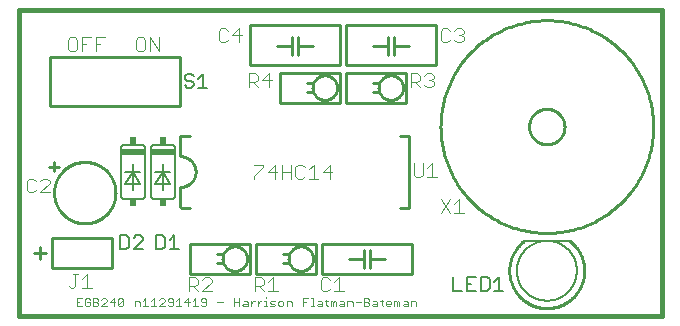
<source format=gto>
G75*
%MOIN*%
%OFA0B0*%
%FSLAX25Y25*%
%IPPOS*%
%LPD*%
%AMOC8*
5,1,8,0,0,1.08239X$1,22.5*
%
%ADD10C,0.00400*%
%ADD11C,0.01600*%
%ADD12C,0.01000*%
%ADD13C,0.00500*%
%ADD14C,0.00600*%
%ADD15R,0.08000X0.02000*%
%ADD16R,0.02000X0.02500*%
%ADD17C,0.00800*%
D10*
X0030200Y0013050D02*
X0030200Y0015653D01*
X0031935Y0015653D01*
X0032962Y0015219D02*
X0032962Y0013484D01*
X0033396Y0013050D01*
X0034263Y0013050D01*
X0034697Y0013484D01*
X0034697Y0014352D01*
X0033830Y0014352D01*
X0034697Y0015219D02*
X0034263Y0015653D01*
X0033396Y0015653D01*
X0032962Y0015219D01*
X0031067Y0014352D02*
X0030200Y0014352D01*
X0030200Y0013050D02*
X0031935Y0013050D01*
X0035725Y0013050D02*
X0035725Y0015653D01*
X0037026Y0015653D01*
X0037460Y0015219D01*
X0037460Y0014785D01*
X0037026Y0014352D01*
X0035725Y0014352D01*
X0037026Y0014352D02*
X0037460Y0013918D01*
X0037460Y0013484D01*
X0037026Y0013050D01*
X0035725Y0013050D01*
X0038487Y0013050D02*
X0040222Y0014785D01*
X0040222Y0015219D01*
X0039788Y0015653D01*
X0038921Y0015653D01*
X0038487Y0015219D01*
X0041249Y0014352D02*
X0042984Y0014352D01*
X0044012Y0015219D02*
X0044012Y0013484D01*
X0045747Y0015219D01*
X0045747Y0013484D01*
X0045313Y0013050D01*
X0044445Y0013050D01*
X0044012Y0013484D01*
X0042551Y0013050D02*
X0042551Y0015653D01*
X0041249Y0014352D01*
X0040222Y0013050D02*
X0038487Y0013050D01*
X0044012Y0015219D02*
X0044445Y0015653D01*
X0045313Y0015653D01*
X0045747Y0015219D01*
X0049536Y0014785D02*
X0050838Y0014785D01*
X0051271Y0014352D01*
X0051271Y0013050D01*
X0052299Y0013050D02*
X0054034Y0013050D01*
X0053166Y0013050D02*
X0053166Y0015653D01*
X0052299Y0014785D01*
X0055061Y0014785D02*
X0055929Y0015653D01*
X0055929Y0013050D01*
X0056796Y0013050D02*
X0055061Y0013050D01*
X0057824Y0013050D02*
X0059558Y0014785D01*
X0059558Y0015219D01*
X0059125Y0015653D01*
X0058257Y0015653D01*
X0057824Y0015219D01*
X0060586Y0015219D02*
X0060586Y0014785D01*
X0061020Y0014352D01*
X0062321Y0014352D01*
X0062321Y0015219D02*
X0062321Y0013484D01*
X0061887Y0013050D01*
X0061020Y0013050D01*
X0060586Y0013484D01*
X0059558Y0013050D02*
X0057824Y0013050D01*
X0060586Y0015219D02*
X0061020Y0015653D01*
X0061887Y0015653D01*
X0062321Y0015219D01*
X0063348Y0014785D02*
X0064216Y0015653D01*
X0064216Y0013050D01*
X0065083Y0013050D02*
X0063348Y0013050D01*
X0066111Y0014352D02*
X0067845Y0014352D01*
X0068873Y0014785D02*
X0069740Y0015653D01*
X0069740Y0013050D01*
X0068873Y0013050D02*
X0070608Y0013050D01*
X0071635Y0013484D02*
X0072069Y0013050D01*
X0072936Y0013050D01*
X0073370Y0013484D01*
X0073370Y0015219D01*
X0072936Y0015653D01*
X0072069Y0015653D01*
X0071635Y0015219D01*
X0071635Y0014785D01*
X0072069Y0014352D01*
X0073370Y0014352D01*
X0077160Y0014352D02*
X0078895Y0014352D01*
X0082685Y0014352D02*
X0084420Y0014352D01*
X0084420Y0015653D02*
X0084420Y0013050D01*
X0085447Y0013484D02*
X0085881Y0013918D01*
X0087182Y0013918D01*
X0087182Y0014352D02*
X0087182Y0013050D01*
X0085881Y0013050D01*
X0085447Y0013484D01*
X0086748Y0014785D02*
X0087182Y0014352D01*
X0086748Y0014785D02*
X0085881Y0014785D01*
X0088209Y0014785D02*
X0088209Y0013050D01*
X0088209Y0013918D02*
X0089077Y0014785D01*
X0089511Y0014785D01*
X0090511Y0014785D02*
X0090511Y0013050D01*
X0090511Y0013918D02*
X0091379Y0014785D01*
X0091812Y0014785D01*
X0092813Y0014785D02*
X0093247Y0014785D01*
X0093247Y0013050D01*
X0092813Y0013050D02*
X0093681Y0013050D01*
X0094655Y0013050D02*
X0095956Y0013050D01*
X0096390Y0013484D01*
X0095956Y0013918D01*
X0095089Y0013918D01*
X0094655Y0014352D01*
X0095089Y0014785D01*
X0096390Y0014785D01*
X0097417Y0014352D02*
X0097417Y0013484D01*
X0097851Y0013050D01*
X0098718Y0013050D01*
X0099152Y0013484D01*
X0099152Y0014352D01*
X0098718Y0014785D01*
X0097851Y0014785D01*
X0097417Y0014352D01*
X0100180Y0014785D02*
X0100180Y0013050D01*
X0101914Y0013050D02*
X0101914Y0014352D01*
X0101481Y0014785D01*
X0100180Y0014785D01*
X0097206Y0018137D02*
X0094137Y0018137D01*
X0092602Y0018137D02*
X0091068Y0019672D01*
X0091835Y0019672D02*
X0089533Y0019672D01*
X0091835Y0019672D02*
X0092602Y0020439D01*
X0092602Y0021974D01*
X0091835Y0022741D01*
X0089533Y0022741D01*
X0089533Y0018137D01*
X0093247Y0016086D02*
X0093247Y0015653D01*
X0095672Y0018137D02*
X0095672Y0022741D01*
X0094137Y0021206D01*
X0082685Y0015653D02*
X0082685Y0013050D01*
X0075206Y0018137D02*
X0072137Y0018137D01*
X0075206Y0021206D01*
X0075206Y0021974D01*
X0074439Y0022741D01*
X0072904Y0022741D01*
X0072137Y0021974D01*
X0070602Y0021974D02*
X0070602Y0020439D01*
X0069835Y0019672D01*
X0067533Y0019672D01*
X0069068Y0019672D02*
X0070602Y0018137D01*
X0067533Y0018137D02*
X0067533Y0022741D01*
X0069835Y0022741D01*
X0070602Y0021974D01*
X0067412Y0015653D02*
X0066111Y0014352D01*
X0067412Y0015653D02*
X0067412Y0013050D01*
X0049536Y0013050D02*
X0049536Y0014785D01*
X0035206Y0019137D02*
X0032137Y0019137D01*
X0033672Y0019137D02*
X0033672Y0023741D01*
X0032137Y0022206D01*
X0030602Y0023741D02*
X0029068Y0023741D01*
X0029835Y0023741D02*
X0029835Y0019904D01*
X0029068Y0019137D01*
X0028300Y0019137D01*
X0027533Y0019904D01*
X0021206Y0051043D02*
X0018137Y0051043D01*
X0021206Y0054112D01*
X0021206Y0054879D01*
X0020439Y0055646D01*
X0018904Y0055646D01*
X0018137Y0054879D01*
X0016602Y0054879D02*
X0015835Y0055646D01*
X0014300Y0055646D01*
X0013533Y0054879D01*
X0013533Y0051810D01*
X0014300Y0051043D01*
X0015835Y0051043D01*
X0016602Y0051810D01*
X0089325Y0055637D02*
X0089325Y0056404D01*
X0092394Y0059474D01*
X0092394Y0060241D01*
X0089325Y0060241D01*
X0093929Y0057939D02*
X0096998Y0057939D01*
X0098533Y0057939D02*
X0101602Y0057939D01*
X0103137Y0059474D02*
X0103137Y0056404D01*
X0103904Y0055637D01*
X0105439Y0055637D01*
X0106206Y0056404D01*
X0107741Y0055637D02*
X0110810Y0055637D01*
X0109276Y0055637D02*
X0109276Y0060241D01*
X0107741Y0058706D01*
X0106206Y0059474D02*
X0105439Y0060241D01*
X0103904Y0060241D01*
X0103137Y0059474D01*
X0101602Y0060241D02*
X0101602Y0055637D01*
X0098533Y0055637D02*
X0098533Y0060241D01*
X0096231Y0060241D02*
X0093929Y0057939D01*
X0096231Y0055637D02*
X0096231Y0060241D01*
X0112345Y0057939D02*
X0115414Y0057939D01*
X0114647Y0060241D02*
X0112345Y0057939D01*
X0114647Y0055637D02*
X0114647Y0060241D01*
X0142533Y0060741D02*
X0142533Y0056904D01*
X0143300Y0056137D01*
X0144835Y0056137D01*
X0145602Y0056904D01*
X0145602Y0060741D01*
X0147137Y0059206D02*
X0148672Y0060741D01*
X0148672Y0056137D01*
X0150206Y0056137D02*
X0147137Y0056137D01*
X0151533Y0048741D02*
X0154602Y0044137D01*
X0156137Y0044137D02*
X0159206Y0044137D01*
X0157672Y0044137D02*
X0157672Y0048741D01*
X0156137Y0047206D01*
X0154602Y0048741D02*
X0151533Y0044137D01*
X0117672Y0022741D02*
X0117672Y0018137D01*
X0119206Y0018137D02*
X0116137Y0018137D01*
X0114602Y0018904D02*
X0113835Y0018137D01*
X0112300Y0018137D01*
X0111533Y0018904D01*
X0111533Y0021974D01*
X0112300Y0022741D01*
X0113835Y0022741D01*
X0114602Y0021974D01*
X0116137Y0021206D02*
X0117672Y0022741D01*
X0118108Y0014785D02*
X0118976Y0014785D01*
X0119409Y0014352D01*
X0119409Y0013050D01*
X0118108Y0013050D01*
X0117674Y0013484D01*
X0118108Y0013918D01*
X0119409Y0013918D01*
X0120437Y0014785D02*
X0120437Y0013050D01*
X0122172Y0013050D02*
X0122172Y0014352D01*
X0121738Y0014785D01*
X0120437Y0014785D01*
X0123199Y0014352D02*
X0124934Y0014352D01*
X0125962Y0014352D02*
X0127263Y0014352D01*
X0127696Y0013918D01*
X0127696Y0013484D01*
X0127263Y0013050D01*
X0125962Y0013050D01*
X0125962Y0015653D01*
X0127263Y0015653D01*
X0127696Y0015219D01*
X0127696Y0014785D01*
X0127263Y0014352D01*
X0128724Y0013484D02*
X0129158Y0013918D01*
X0130459Y0013918D01*
X0130459Y0014352D02*
X0130459Y0013050D01*
X0129158Y0013050D01*
X0128724Y0013484D01*
X0130025Y0014785D02*
X0130459Y0014352D01*
X0130025Y0014785D02*
X0129158Y0014785D01*
X0131486Y0014785D02*
X0132354Y0014785D01*
X0131920Y0015219D02*
X0131920Y0013484D01*
X0132354Y0013050D01*
X0133328Y0013484D02*
X0133328Y0014352D01*
X0133762Y0014785D01*
X0134629Y0014785D01*
X0135063Y0014352D01*
X0135063Y0013918D01*
X0133328Y0013918D01*
X0133328Y0013484D02*
X0133762Y0013050D01*
X0134629Y0013050D01*
X0136090Y0013050D02*
X0136090Y0014785D01*
X0136524Y0014785D01*
X0136958Y0014352D01*
X0137391Y0014785D01*
X0137825Y0014352D01*
X0137825Y0013050D01*
X0136958Y0013050D02*
X0136958Y0014352D01*
X0138853Y0013484D02*
X0139286Y0013918D01*
X0140587Y0013918D01*
X0140587Y0014352D02*
X0140587Y0013050D01*
X0139286Y0013050D01*
X0138853Y0013484D01*
X0140154Y0014785D02*
X0140587Y0014352D01*
X0140154Y0014785D02*
X0139286Y0014785D01*
X0141615Y0014785D02*
X0142916Y0014785D01*
X0143350Y0014352D01*
X0143350Y0013050D01*
X0141615Y0013050D02*
X0141615Y0014785D01*
X0116647Y0014352D02*
X0116647Y0013050D01*
X0115780Y0013050D02*
X0115780Y0014352D01*
X0116213Y0014785D01*
X0116647Y0014352D01*
X0115780Y0014352D02*
X0115346Y0014785D01*
X0114912Y0014785D01*
X0114912Y0013050D01*
X0113938Y0013050D02*
X0113504Y0013484D01*
X0113504Y0015219D01*
X0113071Y0014785D02*
X0113938Y0014785D01*
X0112043Y0014352D02*
X0112043Y0013050D01*
X0110742Y0013050D01*
X0110308Y0013484D01*
X0110742Y0013918D01*
X0112043Y0013918D01*
X0112043Y0014352D02*
X0111609Y0014785D01*
X0110742Y0014785D01*
X0108900Y0015653D02*
X0108900Y0013050D01*
X0108467Y0013050D02*
X0109334Y0013050D01*
X0106572Y0014352D02*
X0105704Y0014352D01*
X0105704Y0015653D02*
X0105704Y0013050D01*
X0105704Y0015653D02*
X0107439Y0015653D01*
X0108467Y0015653D02*
X0108900Y0015653D01*
X0094439Y0086137D02*
X0094439Y0090741D01*
X0092137Y0088439D01*
X0095206Y0088439D01*
X0090602Y0088439D02*
X0089835Y0087672D01*
X0087533Y0087672D01*
X0089068Y0087672D02*
X0090602Y0086137D01*
X0087533Y0086137D02*
X0087533Y0090741D01*
X0089835Y0090741D01*
X0090602Y0089974D01*
X0090602Y0088439D01*
X0084439Y0101137D02*
X0084439Y0105741D01*
X0082137Y0103439D01*
X0085206Y0103439D01*
X0080602Y0104974D02*
X0079835Y0105741D01*
X0078300Y0105741D01*
X0077533Y0104974D01*
X0077533Y0101904D01*
X0078300Y0101137D01*
X0079835Y0101137D01*
X0080602Y0101904D01*
X0057602Y0102741D02*
X0057602Y0098137D01*
X0054533Y0102741D01*
X0054533Y0098137D01*
X0052998Y0098904D02*
X0052998Y0101974D01*
X0052231Y0102741D01*
X0050696Y0102741D01*
X0049929Y0101974D01*
X0049929Y0098904D01*
X0050696Y0098137D01*
X0052231Y0098137D01*
X0052998Y0098904D01*
X0039602Y0102741D02*
X0036533Y0102741D01*
X0036533Y0098137D01*
X0036533Y0100439D02*
X0038068Y0100439D01*
X0034998Y0102741D02*
X0031929Y0102741D01*
X0031929Y0098137D01*
X0030394Y0098904D02*
X0030394Y0101974D01*
X0029627Y0102741D01*
X0028093Y0102741D01*
X0027325Y0101974D01*
X0027325Y0098904D01*
X0028093Y0098137D01*
X0029627Y0098137D01*
X0030394Y0098904D01*
X0031929Y0100439D02*
X0033464Y0100439D01*
X0141533Y0090741D02*
X0141533Y0086137D01*
X0141533Y0087672D02*
X0143835Y0087672D01*
X0144602Y0088439D01*
X0144602Y0089974D01*
X0143835Y0090741D01*
X0141533Y0090741D01*
X0143068Y0087672D02*
X0144602Y0086137D01*
X0146137Y0086904D02*
X0146904Y0086137D01*
X0148439Y0086137D01*
X0149206Y0086904D01*
X0149206Y0087672D01*
X0148439Y0088439D01*
X0147672Y0088439D01*
X0148439Y0088439D02*
X0149206Y0089206D01*
X0149206Y0089974D01*
X0148439Y0090741D01*
X0146904Y0090741D01*
X0146137Y0089974D01*
X0152300Y0101137D02*
X0153835Y0101137D01*
X0154602Y0101904D01*
X0156137Y0101904D02*
X0156904Y0101137D01*
X0158439Y0101137D01*
X0159206Y0101904D01*
X0159206Y0102672D01*
X0158439Y0103439D01*
X0157672Y0103439D01*
X0158439Y0103439D02*
X0159206Y0104206D01*
X0159206Y0104974D01*
X0158439Y0105741D01*
X0156904Y0105741D01*
X0156137Y0104974D01*
X0154602Y0104974D02*
X0153835Y0105741D01*
X0152300Y0105741D01*
X0151533Y0104974D01*
X0151533Y0101904D01*
X0152300Y0101137D01*
D11*
X0225276Y0009874D02*
X0010874Y0009874D01*
X0010874Y0111850D01*
X0225276Y0111850D01*
X0225276Y0009874D01*
D12*
X0194437Y0034937D02*
X0194680Y0034750D01*
X0194918Y0034558D01*
X0195151Y0034359D01*
X0195379Y0034155D01*
X0195602Y0033946D01*
X0195820Y0033731D01*
X0196033Y0033511D01*
X0196240Y0033286D01*
X0196442Y0033055D01*
X0196638Y0032820D01*
X0196828Y0032580D01*
X0197012Y0032336D01*
X0197190Y0032087D01*
X0197362Y0031833D01*
X0197528Y0031576D01*
X0197688Y0031315D01*
X0197841Y0031050D01*
X0197987Y0030781D01*
X0198127Y0030508D01*
X0198260Y0030233D01*
X0198386Y0029954D01*
X0198506Y0029672D01*
X0198618Y0029387D01*
X0198723Y0029100D01*
X0198822Y0028810D01*
X0198913Y0028518D01*
X0198997Y0028223D01*
X0199074Y0027927D01*
X0199144Y0027629D01*
X0199206Y0027329D01*
X0199261Y0027028D01*
X0199308Y0026726D01*
X0199348Y0026422D01*
X0199381Y0026118D01*
X0199406Y0025813D01*
X0199424Y0025507D01*
X0199434Y0025201D01*
X0199437Y0024895D01*
X0199432Y0024589D01*
X0199420Y0024283D01*
X0199400Y0023977D01*
X0199373Y0023673D01*
X0199338Y0023368D01*
X0199296Y0023065D01*
X0199247Y0022763D01*
X0199190Y0022462D01*
X0199125Y0022163D01*
X0199054Y0021865D01*
X0198975Y0021570D01*
X0198889Y0021276D01*
X0198796Y0020984D01*
X0198695Y0020695D01*
X0198588Y0020408D01*
X0198473Y0020124D01*
X0198352Y0019843D01*
X0198224Y0019565D01*
X0198089Y0019290D01*
X0197947Y0019019D01*
X0197799Y0018751D01*
X0197644Y0018487D01*
X0197483Y0018227D01*
X0197316Y0017971D01*
X0197142Y0017718D01*
X0196962Y0017471D01*
X0196776Y0017227D01*
X0196585Y0016989D01*
X0196387Y0016755D01*
X0196184Y0016526D01*
X0195975Y0016302D01*
X0195761Y0016083D01*
X0195541Y0015870D01*
X0195317Y0015662D01*
X0195087Y0015459D01*
X0194853Y0015263D01*
X0194613Y0015072D01*
X0194370Y0014887D01*
X0194121Y0014708D01*
X0193869Y0014535D01*
X0193612Y0014368D01*
X0193351Y0014208D01*
X0193086Y0014054D01*
X0192818Y0013907D01*
X0192546Y0013766D01*
X0192271Y0013632D01*
X0191992Y0013505D01*
X0191711Y0013384D01*
X0191426Y0013271D01*
X0191139Y0013165D01*
X0190850Y0013065D01*
X0190558Y0012973D01*
X0190264Y0012888D01*
X0189968Y0012810D01*
X0189670Y0012739D01*
X0189370Y0012676D01*
X0189069Y0012620D01*
X0188767Y0012572D01*
X0188464Y0012531D01*
X0188160Y0012497D01*
X0187855Y0012471D01*
X0187549Y0012452D01*
X0187243Y0012441D01*
X0186937Y0012437D01*
X0186631Y0012441D01*
X0186325Y0012452D01*
X0186019Y0012471D01*
X0185714Y0012497D01*
X0185410Y0012531D01*
X0185107Y0012572D01*
X0184805Y0012620D01*
X0184504Y0012676D01*
X0184204Y0012739D01*
X0183906Y0012810D01*
X0183610Y0012888D01*
X0183316Y0012973D01*
X0183024Y0013065D01*
X0182735Y0013165D01*
X0182448Y0013271D01*
X0182163Y0013384D01*
X0181882Y0013505D01*
X0181603Y0013632D01*
X0181328Y0013766D01*
X0181056Y0013907D01*
X0180788Y0014054D01*
X0180523Y0014208D01*
X0180262Y0014368D01*
X0180005Y0014535D01*
X0179753Y0014708D01*
X0179504Y0014887D01*
X0179261Y0015072D01*
X0179021Y0015263D01*
X0178787Y0015459D01*
X0178557Y0015662D01*
X0178333Y0015870D01*
X0178113Y0016083D01*
X0177899Y0016302D01*
X0177690Y0016526D01*
X0177487Y0016755D01*
X0177289Y0016989D01*
X0177098Y0017227D01*
X0176912Y0017471D01*
X0176732Y0017718D01*
X0176558Y0017971D01*
X0176391Y0018227D01*
X0176230Y0018487D01*
X0176075Y0018751D01*
X0175927Y0019019D01*
X0175785Y0019290D01*
X0175650Y0019565D01*
X0175522Y0019843D01*
X0175401Y0020124D01*
X0175286Y0020408D01*
X0175179Y0020695D01*
X0175078Y0020984D01*
X0174985Y0021276D01*
X0174899Y0021570D01*
X0174820Y0021865D01*
X0174749Y0022163D01*
X0174684Y0022462D01*
X0174627Y0022763D01*
X0174578Y0023065D01*
X0174536Y0023368D01*
X0174501Y0023673D01*
X0174474Y0023977D01*
X0174454Y0024283D01*
X0174442Y0024589D01*
X0174437Y0024895D01*
X0174440Y0025201D01*
X0174450Y0025507D01*
X0174468Y0025813D01*
X0174493Y0026118D01*
X0174526Y0026422D01*
X0174566Y0026726D01*
X0174613Y0027028D01*
X0174668Y0027329D01*
X0174730Y0027629D01*
X0174800Y0027927D01*
X0174877Y0028223D01*
X0174961Y0028518D01*
X0175052Y0028810D01*
X0175151Y0029100D01*
X0175256Y0029387D01*
X0175368Y0029672D01*
X0175488Y0029954D01*
X0175614Y0030233D01*
X0175747Y0030508D01*
X0175887Y0030781D01*
X0176033Y0031050D01*
X0176186Y0031315D01*
X0176346Y0031576D01*
X0176512Y0031833D01*
X0176684Y0032087D01*
X0176862Y0032336D01*
X0177046Y0032580D01*
X0177236Y0032820D01*
X0177432Y0033055D01*
X0177634Y0033286D01*
X0177841Y0033511D01*
X0178054Y0033731D01*
X0178272Y0033946D01*
X0178495Y0034155D01*
X0178723Y0034359D01*
X0178956Y0034558D01*
X0179194Y0034750D01*
X0179437Y0034937D01*
X0141937Y0033937D02*
X0141937Y0023937D01*
X0111937Y0023937D01*
X0111937Y0033937D01*
X0141937Y0033937D01*
X0132937Y0028937D02*
X0127937Y0028937D01*
X0125937Y0028937D02*
X0120937Y0028937D01*
X0125937Y0031937D02*
X0125937Y0025937D01*
X0127937Y0025937D02*
X0127937Y0031937D01*
X0109937Y0033937D02*
X0109937Y0023937D01*
X0089937Y0023937D01*
X0089937Y0033937D01*
X0109937Y0033937D01*
X0100837Y0028937D02*
X0100839Y0029065D01*
X0100845Y0029192D01*
X0100855Y0029319D01*
X0100869Y0029446D01*
X0100886Y0029572D01*
X0100908Y0029698D01*
X0100934Y0029823D01*
X0100963Y0029947D01*
X0100997Y0030070D01*
X0101034Y0030192D01*
X0101075Y0030313D01*
X0101119Y0030432D01*
X0101168Y0030550D01*
X0101220Y0030667D01*
X0101275Y0030781D01*
X0101334Y0030894D01*
X0101397Y0031005D01*
X0101463Y0031114D01*
X0101532Y0031221D01*
X0101605Y0031326D01*
X0101681Y0031429D01*
X0101760Y0031529D01*
X0101842Y0031626D01*
X0101927Y0031721D01*
X0102015Y0031814D01*
X0102106Y0031903D01*
X0102200Y0031990D01*
X0102296Y0032073D01*
X0102395Y0032154D01*
X0102496Y0032231D01*
X0102600Y0032306D01*
X0102706Y0032377D01*
X0102814Y0032444D01*
X0102924Y0032509D01*
X0103036Y0032570D01*
X0103150Y0032627D01*
X0103265Y0032681D01*
X0103383Y0032731D01*
X0103501Y0032777D01*
X0103622Y0032820D01*
X0103743Y0032859D01*
X0103866Y0032895D01*
X0103989Y0032926D01*
X0104114Y0032953D01*
X0104239Y0032977D01*
X0104365Y0032997D01*
X0104492Y0033013D01*
X0104618Y0033025D01*
X0104746Y0033033D01*
X0104873Y0033037D01*
X0105001Y0033037D01*
X0105128Y0033033D01*
X0105256Y0033025D01*
X0105382Y0033013D01*
X0105509Y0032997D01*
X0105635Y0032977D01*
X0105760Y0032953D01*
X0105885Y0032926D01*
X0106008Y0032895D01*
X0106131Y0032859D01*
X0106252Y0032820D01*
X0106373Y0032777D01*
X0106491Y0032731D01*
X0106609Y0032681D01*
X0106724Y0032627D01*
X0106838Y0032570D01*
X0106950Y0032509D01*
X0107060Y0032444D01*
X0107168Y0032377D01*
X0107274Y0032306D01*
X0107378Y0032231D01*
X0107479Y0032154D01*
X0107578Y0032073D01*
X0107674Y0031990D01*
X0107768Y0031903D01*
X0107859Y0031814D01*
X0107947Y0031721D01*
X0108032Y0031626D01*
X0108114Y0031529D01*
X0108193Y0031429D01*
X0108269Y0031326D01*
X0108342Y0031221D01*
X0108411Y0031114D01*
X0108477Y0031005D01*
X0108540Y0030894D01*
X0108599Y0030781D01*
X0108654Y0030667D01*
X0108706Y0030550D01*
X0108755Y0030432D01*
X0108799Y0030313D01*
X0108840Y0030192D01*
X0108877Y0030070D01*
X0108911Y0029947D01*
X0108940Y0029823D01*
X0108966Y0029698D01*
X0108988Y0029572D01*
X0109005Y0029446D01*
X0109019Y0029319D01*
X0109029Y0029192D01*
X0109035Y0029065D01*
X0109037Y0028937D01*
X0109035Y0028809D01*
X0109029Y0028682D01*
X0109019Y0028555D01*
X0109005Y0028428D01*
X0108988Y0028302D01*
X0108966Y0028176D01*
X0108940Y0028051D01*
X0108911Y0027927D01*
X0108877Y0027804D01*
X0108840Y0027682D01*
X0108799Y0027561D01*
X0108755Y0027442D01*
X0108706Y0027324D01*
X0108654Y0027207D01*
X0108599Y0027093D01*
X0108540Y0026980D01*
X0108477Y0026869D01*
X0108411Y0026760D01*
X0108342Y0026653D01*
X0108269Y0026548D01*
X0108193Y0026445D01*
X0108114Y0026345D01*
X0108032Y0026248D01*
X0107947Y0026153D01*
X0107859Y0026060D01*
X0107768Y0025971D01*
X0107674Y0025884D01*
X0107578Y0025801D01*
X0107479Y0025720D01*
X0107378Y0025643D01*
X0107274Y0025568D01*
X0107168Y0025497D01*
X0107060Y0025430D01*
X0106950Y0025365D01*
X0106838Y0025304D01*
X0106724Y0025247D01*
X0106609Y0025193D01*
X0106491Y0025143D01*
X0106373Y0025097D01*
X0106252Y0025054D01*
X0106131Y0025015D01*
X0106008Y0024979D01*
X0105885Y0024948D01*
X0105760Y0024921D01*
X0105635Y0024897D01*
X0105509Y0024877D01*
X0105382Y0024861D01*
X0105256Y0024849D01*
X0105128Y0024841D01*
X0105001Y0024837D01*
X0104873Y0024837D01*
X0104746Y0024841D01*
X0104618Y0024849D01*
X0104492Y0024861D01*
X0104365Y0024877D01*
X0104239Y0024897D01*
X0104114Y0024921D01*
X0103989Y0024948D01*
X0103866Y0024979D01*
X0103743Y0025015D01*
X0103622Y0025054D01*
X0103501Y0025097D01*
X0103383Y0025143D01*
X0103265Y0025193D01*
X0103150Y0025247D01*
X0103036Y0025304D01*
X0102924Y0025365D01*
X0102814Y0025430D01*
X0102706Y0025497D01*
X0102600Y0025568D01*
X0102496Y0025643D01*
X0102395Y0025720D01*
X0102296Y0025801D01*
X0102200Y0025884D01*
X0102106Y0025971D01*
X0102015Y0026060D01*
X0101927Y0026153D01*
X0101842Y0026248D01*
X0101760Y0026345D01*
X0101681Y0026445D01*
X0101605Y0026548D01*
X0101532Y0026653D01*
X0101463Y0026760D01*
X0101397Y0026869D01*
X0101334Y0026980D01*
X0101275Y0027093D01*
X0101220Y0027207D01*
X0101168Y0027324D01*
X0101119Y0027442D01*
X0101075Y0027561D01*
X0101034Y0027682D01*
X0100997Y0027804D01*
X0100963Y0027927D01*
X0100934Y0028051D01*
X0100908Y0028176D01*
X0100886Y0028302D01*
X0100869Y0028428D01*
X0100855Y0028555D01*
X0100845Y0028682D01*
X0100839Y0028809D01*
X0100837Y0028937D01*
X0100937Y0027437D02*
X0098937Y0027437D01*
X0098937Y0030437D02*
X0100937Y0030437D01*
X0087937Y0033937D02*
X0087937Y0023937D01*
X0067937Y0023937D01*
X0067937Y0033937D01*
X0087937Y0033937D01*
X0078837Y0028937D02*
X0078839Y0029065D01*
X0078845Y0029192D01*
X0078855Y0029319D01*
X0078869Y0029446D01*
X0078886Y0029572D01*
X0078908Y0029698D01*
X0078934Y0029823D01*
X0078963Y0029947D01*
X0078997Y0030070D01*
X0079034Y0030192D01*
X0079075Y0030313D01*
X0079119Y0030432D01*
X0079168Y0030550D01*
X0079220Y0030667D01*
X0079275Y0030781D01*
X0079334Y0030894D01*
X0079397Y0031005D01*
X0079463Y0031114D01*
X0079532Y0031221D01*
X0079605Y0031326D01*
X0079681Y0031429D01*
X0079760Y0031529D01*
X0079842Y0031626D01*
X0079927Y0031721D01*
X0080015Y0031814D01*
X0080106Y0031903D01*
X0080200Y0031990D01*
X0080296Y0032073D01*
X0080395Y0032154D01*
X0080496Y0032231D01*
X0080600Y0032306D01*
X0080706Y0032377D01*
X0080814Y0032444D01*
X0080924Y0032509D01*
X0081036Y0032570D01*
X0081150Y0032627D01*
X0081265Y0032681D01*
X0081383Y0032731D01*
X0081501Y0032777D01*
X0081622Y0032820D01*
X0081743Y0032859D01*
X0081866Y0032895D01*
X0081989Y0032926D01*
X0082114Y0032953D01*
X0082239Y0032977D01*
X0082365Y0032997D01*
X0082492Y0033013D01*
X0082618Y0033025D01*
X0082746Y0033033D01*
X0082873Y0033037D01*
X0083001Y0033037D01*
X0083128Y0033033D01*
X0083256Y0033025D01*
X0083382Y0033013D01*
X0083509Y0032997D01*
X0083635Y0032977D01*
X0083760Y0032953D01*
X0083885Y0032926D01*
X0084008Y0032895D01*
X0084131Y0032859D01*
X0084252Y0032820D01*
X0084373Y0032777D01*
X0084491Y0032731D01*
X0084609Y0032681D01*
X0084724Y0032627D01*
X0084838Y0032570D01*
X0084950Y0032509D01*
X0085060Y0032444D01*
X0085168Y0032377D01*
X0085274Y0032306D01*
X0085378Y0032231D01*
X0085479Y0032154D01*
X0085578Y0032073D01*
X0085674Y0031990D01*
X0085768Y0031903D01*
X0085859Y0031814D01*
X0085947Y0031721D01*
X0086032Y0031626D01*
X0086114Y0031529D01*
X0086193Y0031429D01*
X0086269Y0031326D01*
X0086342Y0031221D01*
X0086411Y0031114D01*
X0086477Y0031005D01*
X0086540Y0030894D01*
X0086599Y0030781D01*
X0086654Y0030667D01*
X0086706Y0030550D01*
X0086755Y0030432D01*
X0086799Y0030313D01*
X0086840Y0030192D01*
X0086877Y0030070D01*
X0086911Y0029947D01*
X0086940Y0029823D01*
X0086966Y0029698D01*
X0086988Y0029572D01*
X0087005Y0029446D01*
X0087019Y0029319D01*
X0087029Y0029192D01*
X0087035Y0029065D01*
X0087037Y0028937D01*
X0087035Y0028809D01*
X0087029Y0028682D01*
X0087019Y0028555D01*
X0087005Y0028428D01*
X0086988Y0028302D01*
X0086966Y0028176D01*
X0086940Y0028051D01*
X0086911Y0027927D01*
X0086877Y0027804D01*
X0086840Y0027682D01*
X0086799Y0027561D01*
X0086755Y0027442D01*
X0086706Y0027324D01*
X0086654Y0027207D01*
X0086599Y0027093D01*
X0086540Y0026980D01*
X0086477Y0026869D01*
X0086411Y0026760D01*
X0086342Y0026653D01*
X0086269Y0026548D01*
X0086193Y0026445D01*
X0086114Y0026345D01*
X0086032Y0026248D01*
X0085947Y0026153D01*
X0085859Y0026060D01*
X0085768Y0025971D01*
X0085674Y0025884D01*
X0085578Y0025801D01*
X0085479Y0025720D01*
X0085378Y0025643D01*
X0085274Y0025568D01*
X0085168Y0025497D01*
X0085060Y0025430D01*
X0084950Y0025365D01*
X0084838Y0025304D01*
X0084724Y0025247D01*
X0084609Y0025193D01*
X0084491Y0025143D01*
X0084373Y0025097D01*
X0084252Y0025054D01*
X0084131Y0025015D01*
X0084008Y0024979D01*
X0083885Y0024948D01*
X0083760Y0024921D01*
X0083635Y0024897D01*
X0083509Y0024877D01*
X0083382Y0024861D01*
X0083256Y0024849D01*
X0083128Y0024841D01*
X0083001Y0024837D01*
X0082873Y0024837D01*
X0082746Y0024841D01*
X0082618Y0024849D01*
X0082492Y0024861D01*
X0082365Y0024877D01*
X0082239Y0024897D01*
X0082114Y0024921D01*
X0081989Y0024948D01*
X0081866Y0024979D01*
X0081743Y0025015D01*
X0081622Y0025054D01*
X0081501Y0025097D01*
X0081383Y0025143D01*
X0081265Y0025193D01*
X0081150Y0025247D01*
X0081036Y0025304D01*
X0080924Y0025365D01*
X0080814Y0025430D01*
X0080706Y0025497D01*
X0080600Y0025568D01*
X0080496Y0025643D01*
X0080395Y0025720D01*
X0080296Y0025801D01*
X0080200Y0025884D01*
X0080106Y0025971D01*
X0080015Y0026060D01*
X0079927Y0026153D01*
X0079842Y0026248D01*
X0079760Y0026345D01*
X0079681Y0026445D01*
X0079605Y0026548D01*
X0079532Y0026653D01*
X0079463Y0026760D01*
X0079397Y0026869D01*
X0079334Y0026980D01*
X0079275Y0027093D01*
X0079220Y0027207D01*
X0079168Y0027324D01*
X0079119Y0027442D01*
X0079075Y0027561D01*
X0079034Y0027682D01*
X0078997Y0027804D01*
X0078963Y0027927D01*
X0078934Y0028051D01*
X0078908Y0028176D01*
X0078886Y0028302D01*
X0078869Y0028428D01*
X0078855Y0028555D01*
X0078845Y0028682D01*
X0078839Y0028809D01*
X0078837Y0028937D01*
X0078937Y0027437D02*
X0076937Y0027437D01*
X0076937Y0030437D02*
X0078937Y0030437D01*
X0067937Y0045937D02*
X0064937Y0045937D01*
X0064748Y0046126D02*
X0064748Y0052819D01*
X0064890Y0052821D01*
X0065032Y0052827D01*
X0065174Y0052837D01*
X0065316Y0052851D01*
X0065457Y0052868D01*
X0065598Y0052890D01*
X0065738Y0052916D01*
X0065877Y0052945D01*
X0066015Y0052978D01*
X0066153Y0053016D01*
X0066289Y0053056D01*
X0066424Y0053101D01*
X0066558Y0053150D01*
X0066690Y0053202D01*
X0066821Y0053258D01*
X0066950Y0053317D01*
X0067078Y0053380D01*
X0067204Y0053447D01*
X0067328Y0053517D01*
X0067449Y0053590D01*
X0067569Y0053667D01*
X0067687Y0053747D01*
X0067802Y0053830D01*
X0067915Y0053917D01*
X0068026Y0054006D01*
X0068134Y0054099D01*
X0068239Y0054194D01*
X0068342Y0054293D01*
X0068442Y0054394D01*
X0068539Y0054498D01*
X0068633Y0054605D01*
X0068724Y0054714D01*
X0068812Y0054826D01*
X0068897Y0054940D01*
X0068979Y0055057D01*
X0069057Y0055175D01*
X0069132Y0055296D01*
X0069204Y0055419D01*
X0069272Y0055544D01*
X0069337Y0055671D01*
X0069398Y0055799D01*
X0069456Y0055929D01*
X0069510Y0056061D01*
X0069560Y0056194D01*
X0069607Y0056328D01*
X0069649Y0056464D01*
X0069689Y0056601D01*
X0069724Y0056739D01*
X0069755Y0056878D01*
X0069783Y0057017D01*
X0069806Y0057157D01*
X0069826Y0057298D01*
X0069842Y0057440D01*
X0069854Y0057582D01*
X0069862Y0057724D01*
X0069866Y0057866D01*
X0069866Y0058008D01*
X0069862Y0058150D01*
X0069854Y0058292D01*
X0069842Y0058434D01*
X0069826Y0058576D01*
X0069806Y0058717D01*
X0069783Y0058857D01*
X0069755Y0058996D01*
X0069724Y0059135D01*
X0069689Y0059273D01*
X0069649Y0059410D01*
X0069607Y0059546D01*
X0069560Y0059680D01*
X0069510Y0059813D01*
X0069456Y0059945D01*
X0069398Y0060075D01*
X0069337Y0060203D01*
X0069272Y0060330D01*
X0069204Y0060455D01*
X0069132Y0060578D01*
X0069057Y0060699D01*
X0068979Y0060817D01*
X0068897Y0060934D01*
X0068812Y0061048D01*
X0068724Y0061160D01*
X0068633Y0061269D01*
X0068539Y0061376D01*
X0068442Y0061480D01*
X0068342Y0061581D01*
X0068239Y0061680D01*
X0068134Y0061775D01*
X0068026Y0061868D01*
X0067915Y0061957D01*
X0067802Y0062044D01*
X0067687Y0062127D01*
X0067569Y0062207D01*
X0067449Y0062284D01*
X0067328Y0062357D01*
X0067204Y0062427D01*
X0067078Y0062494D01*
X0066950Y0062557D01*
X0066821Y0062616D01*
X0066690Y0062672D01*
X0066558Y0062724D01*
X0066424Y0062773D01*
X0066289Y0062818D01*
X0066153Y0062858D01*
X0066015Y0062896D01*
X0065877Y0062929D01*
X0065738Y0062958D01*
X0065598Y0062984D01*
X0065457Y0063006D01*
X0065316Y0063023D01*
X0065174Y0063037D01*
X0065032Y0063047D01*
X0064890Y0063053D01*
X0064748Y0063055D01*
X0064748Y0069748D01*
X0064937Y0069937D02*
X0067937Y0069937D01*
X0064591Y0079669D02*
X0064591Y0096205D01*
X0021283Y0096205D01*
X0021283Y0079669D01*
X0064591Y0079669D01*
X0087937Y0093362D02*
X0087937Y0106906D01*
X0117937Y0106906D01*
X0117937Y0093362D01*
X0087937Y0093362D01*
X0097937Y0090937D02*
X0097937Y0080937D01*
X0117937Y0080937D01*
X0117937Y0090937D01*
X0097937Y0090937D01*
X0101937Y0096937D02*
X0101937Y0102937D01*
X0103937Y0102937D02*
X0103937Y0096937D01*
X0103937Y0099937D02*
X0108937Y0099937D01*
X0101937Y0099937D02*
X0096937Y0099937D01*
X0119937Y0093362D02*
X0119937Y0106906D01*
X0149937Y0106906D01*
X0149937Y0093362D01*
X0119937Y0093362D01*
X0119937Y0090937D02*
X0119937Y0080937D01*
X0139937Y0080937D01*
X0139937Y0090937D01*
X0119937Y0090937D01*
X0108837Y0085937D02*
X0108839Y0086065D01*
X0108845Y0086192D01*
X0108855Y0086319D01*
X0108869Y0086446D01*
X0108886Y0086572D01*
X0108908Y0086698D01*
X0108934Y0086823D01*
X0108963Y0086947D01*
X0108997Y0087070D01*
X0109034Y0087192D01*
X0109075Y0087313D01*
X0109119Y0087432D01*
X0109168Y0087550D01*
X0109220Y0087667D01*
X0109275Y0087781D01*
X0109334Y0087894D01*
X0109397Y0088005D01*
X0109463Y0088114D01*
X0109532Y0088221D01*
X0109605Y0088326D01*
X0109681Y0088429D01*
X0109760Y0088529D01*
X0109842Y0088626D01*
X0109927Y0088721D01*
X0110015Y0088814D01*
X0110106Y0088903D01*
X0110200Y0088990D01*
X0110296Y0089073D01*
X0110395Y0089154D01*
X0110496Y0089231D01*
X0110600Y0089306D01*
X0110706Y0089377D01*
X0110814Y0089444D01*
X0110924Y0089509D01*
X0111036Y0089570D01*
X0111150Y0089627D01*
X0111265Y0089681D01*
X0111383Y0089731D01*
X0111501Y0089777D01*
X0111622Y0089820D01*
X0111743Y0089859D01*
X0111866Y0089895D01*
X0111989Y0089926D01*
X0112114Y0089953D01*
X0112239Y0089977D01*
X0112365Y0089997D01*
X0112492Y0090013D01*
X0112618Y0090025D01*
X0112746Y0090033D01*
X0112873Y0090037D01*
X0113001Y0090037D01*
X0113128Y0090033D01*
X0113256Y0090025D01*
X0113382Y0090013D01*
X0113509Y0089997D01*
X0113635Y0089977D01*
X0113760Y0089953D01*
X0113885Y0089926D01*
X0114008Y0089895D01*
X0114131Y0089859D01*
X0114252Y0089820D01*
X0114373Y0089777D01*
X0114491Y0089731D01*
X0114609Y0089681D01*
X0114724Y0089627D01*
X0114838Y0089570D01*
X0114950Y0089509D01*
X0115060Y0089444D01*
X0115168Y0089377D01*
X0115274Y0089306D01*
X0115378Y0089231D01*
X0115479Y0089154D01*
X0115578Y0089073D01*
X0115674Y0088990D01*
X0115768Y0088903D01*
X0115859Y0088814D01*
X0115947Y0088721D01*
X0116032Y0088626D01*
X0116114Y0088529D01*
X0116193Y0088429D01*
X0116269Y0088326D01*
X0116342Y0088221D01*
X0116411Y0088114D01*
X0116477Y0088005D01*
X0116540Y0087894D01*
X0116599Y0087781D01*
X0116654Y0087667D01*
X0116706Y0087550D01*
X0116755Y0087432D01*
X0116799Y0087313D01*
X0116840Y0087192D01*
X0116877Y0087070D01*
X0116911Y0086947D01*
X0116940Y0086823D01*
X0116966Y0086698D01*
X0116988Y0086572D01*
X0117005Y0086446D01*
X0117019Y0086319D01*
X0117029Y0086192D01*
X0117035Y0086065D01*
X0117037Y0085937D01*
X0117035Y0085809D01*
X0117029Y0085682D01*
X0117019Y0085555D01*
X0117005Y0085428D01*
X0116988Y0085302D01*
X0116966Y0085176D01*
X0116940Y0085051D01*
X0116911Y0084927D01*
X0116877Y0084804D01*
X0116840Y0084682D01*
X0116799Y0084561D01*
X0116755Y0084442D01*
X0116706Y0084324D01*
X0116654Y0084207D01*
X0116599Y0084093D01*
X0116540Y0083980D01*
X0116477Y0083869D01*
X0116411Y0083760D01*
X0116342Y0083653D01*
X0116269Y0083548D01*
X0116193Y0083445D01*
X0116114Y0083345D01*
X0116032Y0083248D01*
X0115947Y0083153D01*
X0115859Y0083060D01*
X0115768Y0082971D01*
X0115674Y0082884D01*
X0115578Y0082801D01*
X0115479Y0082720D01*
X0115378Y0082643D01*
X0115274Y0082568D01*
X0115168Y0082497D01*
X0115060Y0082430D01*
X0114950Y0082365D01*
X0114838Y0082304D01*
X0114724Y0082247D01*
X0114609Y0082193D01*
X0114491Y0082143D01*
X0114373Y0082097D01*
X0114252Y0082054D01*
X0114131Y0082015D01*
X0114008Y0081979D01*
X0113885Y0081948D01*
X0113760Y0081921D01*
X0113635Y0081897D01*
X0113509Y0081877D01*
X0113382Y0081861D01*
X0113256Y0081849D01*
X0113128Y0081841D01*
X0113001Y0081837D01*
X0112873Y0081837D01*
X0112746Y0081841D01*
X0112618Y0081849D01*
X0112492Y0081861D01*
X0112365Y0081877D01*
X0112239Y0081897D01*
X0112114Y0081921D01*
X0111989Y0081948D01*
X0111866Y0081979D01*
X0111743Y0082015D01*
X0111622Y0082054D01*
X0111501Y0082097D01*
X0111383Y0082143D01*
X0111265Y0082193D01*
X0111150Y0082247D01*
X0111036Y0082304D01*
X0110924Y0082365D01*
X0110814Y0082430D01*
X0110706Y0082497D01*
X0110600Y0082568D01*
X0110496Y0082643D01*
X0110395Y0082720D01*
X0110296Y0082801D01*
X0110200Y0082884D01*
X0110106Y0082971D01*
X0110015Y0083060D01*
X0109927Y0083153D01*
X0109842Y0083248D01*
X0109760Y0083345D01*
X0109681Y0083445D01*
X0109605Y0083548D01*
X0109532Y0083653D01*
X0109463Y0083760D01*
X0109397Y0083869D01*
X0109334Y0083980D01*
X0109275Y0084093D01*
X0109220Y0084207D01*
X0109168Y0084324D01*
X0109119Y0084442D01*
X0109075Y0084561D01*
X0109034Y0084682D01*
X0108997Y0084804D01*
X0108963Y0084927D01*
X0108934Y0085051D01*
X0108908Y0085176D01*
X0108886Y0085302D01*
X0108869Y0085428D01*
X0108855Y0085555D01*
X0108845Y0085682D01*
X0108839Y0085809D01*
X0108837Y0085937D01*
X0108937Y0087437D02*
X0106937Y0087437D01*
X0106937Y0084437D02*
X0108937Y0084437D01*
X0128937Y0084437D02*
X0130937Y0084437D01*
X0130837Y0085937D02*
X0130839Y0086065D01*
X0130845Y0086192D01*
X0130855Y0086319D01*
X0130869Y0086446D01*
X0130886Y0086572D01*
X0130908Y0086698D01*
X0130934Y0086823D01*
X0130963Y0086947D01*
X0130997Y0087070D01*
X0131034Y0087192D01*
X0131075Y0087313D01*
X0131119Y0087432D01*
X0131168Y0087550D01*
X0131220Y0087667D01*
X0131275Y0087781D01*
X0131334Y0087894D01*
X0131397Y0088005D01*
X0131463Y0088114D01*
X0131532Y0088221D01*
X0131605Y0088326D01*
X0131681Y0088429D01*
X0131760Y0088529D01*
X0131842Y0088626D01*
X0131927Y0088721D01*
X0132015Y0088814D01*
X0132106Y0088903D01*
X0132200Y0088990D01*
X0132296Y0089073D01*
X0132395Y0089154D01*
X0132496Y0089231D01*
X0132600Y0089306D01*
X0132706Y0089377D01*
X0132814Y0089444D01*
X0132924Y0089509D01*
X0133036Y0089570D01*
X0133150Y0089627D01*
X0133265Y0089681D01*
X0133383Y0089731D01*
X0133501Y0089777D01*
X0133622Y0089820D01*
X0133743Y0089859D01*
X0133866Y0089895D01*
X0133989Y0089926D01*
X0134114Y0089953D01*
X0134239Y0089977D01*
X0134365Y0089997D01*
X0134492Y0090013D01*
X0134618Y0090025D01*
X0134746Y0090033D01*
X0134873Y0090037D01*
X0135001Y0090037D01*
X0135128Y0090033D01*
X0135256Y0090025D01*
X0135382Y0090013D01*
X0135509Y0089997D01*
X0135635Y0089977D01*
X0135760Y0089953D01*
X0135885Y0089926D01*
X0136008Y0089895D01*
X0136131Y0089859D01*
X0136252Y0089820D01*
X0136373Y0089777D01*
X0136491Y0089731D01*
X0136609Y0089681D01*
X0136724Y0089627D01*
X0136838Y0089570D01*
X0136950Y0089509D01*
X0137060Y0089444D01*
X0137168Y0089377D01*
X0137274Y0089306D01*
X0137378Y0089231D01*
X0137479Y0089154D01*
X0137578Y0089073D01*
X0137674Y0088990D01*
X0137768Y0088903D01*
X0137859Y0088814D01*
X0137947Y0088721D01*
X0138032Y0088626D01*
X0138114Y0088529D01*
X0138193Y0088429D01*
X0138269Y0088326D01*
X0138342Y0088221D01*
X0138411Y0088114D01*
X0138477Y0088005D01*
X0138540Y0087894D01*
X0138599Y0087781D01*
X0138654Y0087667D01*
X0138706Y0087550D01*
X0138755Y0087432D01*
X0138799Y0087313D01*
X0138840Y0087192D01*
X0138877Y0087070D01*
X0138911Y0086947D01*
X0138940Y0086823D01*
X0138966Y0086698D01*
X0138988Y0086572D01*
X0139005Y0086446D01*
X0139019Y0086319D01*
X0139029Y0086192D01*
X0139035Y0086065D01*
X0139037Y0085937D01*
X0139035Y0085809D01*
X0139029Y0085682D01*
X0139019Y0085555D01*
X0139005Y0085428D01*
X0138988Y0085302D01*
X0138966Y0085176D01*
X0138940Y0085051D01*
X0138911Y0084927D01*
X0138877Y0084804D01*
X0138840Y0084682D01*
X0138799Y0084561D01*
X0138755Y0084442D01*
X0138706Y0084324D01*
X0138654Y0084207D01*
X0138599Y0084093D01*
X0138540Y0083980D01*
X0138477Y0083869D01*
X0138411Y0083760D01*
X0138342Y0083653D01*
X0138269Y0083548D01*
X0138193Y0083445D01*
X0138114Y0083345D01*
X0138032Y0083248D01*
X0137947Y0083153D01*
X0137859Y0083060D01*
X0137768Y0082971D01*
X0137674Y0082884D01*
X0137578Y0082801D01*
X0137479Y0082720D01*
X0137378Y0082643D01*
X0137274Y0082568D01*
X0137168Y0082497D01*
X0137060Y0082430D01*
X0136950Y0082365D01*
X0136838Y0082304D01*
X0136724Y0082247D01*
X0136609Y0082193D01*
X0136491Y0082143D01*
X0136373Y0082097D01*
X0136252Y0082054D01*
X0136131Y0082015D01*
X0136008Y0081979D01*
X0135885Y0081948D01*
X0135760Y0081921D01*
X0135635Y0081897D01*
X0135509Y0081877D01*
X0135382Y0081861D01*
X0135256Y0081849D01*
X0135128Y0081841D01*
X0135001Y0081837D01*
X0134873Y0081837D01*
X0134746Y0081841D01*
X0134618Y0081849D01*
X0134492Y0081861D01*
X0134365Y0081877D01*
X0134239Y0081897D01*
X0134114Y0081921D01*
X0133989Y0081948D01*
X0133866Y0081979D01*
X0133743Y0082015D01*
X0133622Y0082054D01*
X0133501Y0082097D01*
X0133383Y0082143D01*
X0133265Y0082193D01*
X0133150Y0082247D01*
X0133036Y0082304D01*
X0132924Y0082365D01*
X0132814Y0082430D01*
X0132706Y0082497D01*
X0132600Y0082568D01*
X0132496Y0082643D01*
X0132395Y0082720D01*
X0132296Y0082801D01*
X0132200Y0082884D01*
X0132106Y0082971D01*
X0132015Y0083060D01*
X0131927Y0083153D01*
X0131842Y0083248D01*
X0131760Y0083345D01*
X0131681Y0083445D01*
X0131605Y0083548D01*
X0131532Y0083653D01*
X0131463Y0083760D01*
X0131397Y0083869D01*
X0131334Y0083980D01*
X0131275Y0084093D01*
X0131220Y0084207D01*
X0131168Y0084324D01*
X0131119Y0084442D01*
X0131075Y0084561D01*
X0131034Y0084682D01*
X0130997Y0084804D01*
X0130963Y0084927D01*
X0130934Y0085051D01*
X0130908Y0085176D01*
X0130886Y0085302D01*
X0130869Y0085428D01*
X0130855Y0085555D01*
X0130845Y0085682D01*
X0130839Y0085809D01*
X0130837Y0085937D01*
X0130937Y0087437D02*
X0128937Y0087437D01*
X0133937Y0096937D02*
X0133937Y0102937D01*
X0135937Y0102937D02*
X0135937Y0096937D01*
X0135937Y0099937D02*
X0140937Y0099937D01*
X0133937Y0099937D02*
X0128937Y0099937D01*
X0137937Y0069937D02*
X0140937Y0069937D01*
X0141126Y0069748D02*
X0141126Y0046126D01*
X0140937Y0045937D02*
X0137937Y0045937D01*
X0181031Y0072937D02*
X0181033Y0073090D01*
X0181039Y0073244D01*
X0181049Y0073397D01*
X0181063Y0073549D01*
X0181081Y0073702D01*
X0181103Y0073853D01*
X0181128Y0074004D01*
X0181158Y0074155D01*
X0181192Y0074305D01*
X0181229Y0074453D01*
X0181270Y0074601D01*
X0181315Y0074747D01*
X0181364Y0074893D01*
X0181417Y0075037D01*
X0181473Y0075179D01*
X0181533Y0075320D01*
X0181597Y0075460D01*
X0181664Y0075598D01*
X0181735Y0075734D01*
X0181810Y0075868D01*
X0181887Y0076000D01*
X0181969Y0076130D01*
X0182053Y0076258D01*
X0182141Y0076384D01*
X0182232Y0076507D01*
X0182326Y0076628D01*
X0182424Y0076746D01*
X0182524Y0076862D01*
X0182628Y0076975D01*
X0182734Y0077086D01*
X0182843Y0077194D01*
X0182955Y0077299D01*
X0183069Y0077400D01*
X0183187Y0077499D01*
X0183306Y0077595D01*
X0183428Y0077688D01*
X0183553Y0077777D01*
X0183680Y0077864D01*
X0183809Y0077946D01*
X0183940Y0078026D01*
X0184073Y0078102D01*
X0184208Y0078175D01*
X0184345Y0078244D01*
X0184484Y0078309D01*
X0184624Y0078371D01*
X0184766Y0078429D01*
X0184909Y0078484D01*
X0185054Y0078535D01*
X0185200Y0078582D01*
X0185347Y0078625D01*
X0185495Y0078664D01*
X0185644Y0078700D01*
X0185794Y0078731D01*
X0185945Y0078759D01*
X0186096Y0078783D01*
X0186249Y0078803D01*
X0186401Y0078819D01*
X0186554Y0078831D01*
X0186707Y0078839D01*
X0186860Y0078843D01*
X0187014Y0078843D01*
X0187167Y0078839D01*
X0187320Y0078831D01*
X0187473Y0078819D01*
X0187625Y0078803D01*
X0187778Y0078783D01*
X0187929Y0078759D01*
X0188080Y0078731D01*
X0188230Y0078700D01*
X0188379Y0078664D01*
X0188527Y0078625D01*
X0188674Y0078582D01*
X0188820Y0078535D01*
X0188965Y0078484D01*
X0189108Y0078429D01*
X0189250Y0078371D01*
X0189390Y0078309D01*
X0189529Y0078244D01*
X0189666Y0078175D01*
X0189801Y0078102D01*
X0189934Y0078026D01*
X0190065Y0077946D01*
X0190194Y0077864D01*
X0190321Y0077777D01*
X0190446Y0077688D01*
X0190568Y0077595D01*
X0190687Y0077499D01*
X0190805Y0077400D01*
X0190919Y0077299D01*
X0191031Y0077194D01*
X0191140Y0077086D01*
X0191246Y0076975D01*
X0191350Y0076862D01*
X0191450Y0076746D01*
X0191548Y0076628D01*
X0191642Y0076507D01*
X0191733Y0076384D01*
X0191821Y0076258D01*
X0191905Y0076130D01*
X0191987Y0076000D01*
X0192064Y0075868D01*
X0192139Y0075734D01*
X0192210Y0075598D01*
X0192277Y0075460D01*
X0192341Y0075320D01*
X0192401Y0075179D01*
X0192457Y0075037D01*
X0192510Y0074893D01*
X0192559Y0074747D01*
X0192604Y0074601D01*
X0192645Y0074453D01*
X0192682Y0074305D01*
X0192716Y0074155D01*
X0192746Y0074004D01*
X0192771Y0073853D01*
X0192793Y0073702D01*
X0192811Y0073549D01*
X0192825Y0073397D01*
X0192835Y0073244D01*
X0192841Y0073090D01*
X0192843Y0072937D01*
X0192841Y0072784D01*
X0192835Y0072630D01*
X0192825Y0072477D01*
X0192811Y0072325D01*
X0192793Y0072172D01*
X0192771Y0072021D01*
X0192746Y0071870D01*
X0192716Y0071719D01*
X0192682Y0071569D01*
X0192645Y0071421D01*
X0192604Y0071273D01*
X0192559Y0071127D01*
X0192510Y0070981D01*
X0192457Y0070837D01*
X0192401Y0070695D01*
X0192341Y0070554D01*
X0192277Y0070414D01*
X0192210Y0070276D01*
X0192139Y0070140D01*
X0192064Y0070006D01*
X0191987Y0069874D01*
X0191905Y0069744D01*
X0191821Y0069616D01*
X0191733Y0069490D01*
X0191642Y0069367D01*
X0191548Y0069246D01*
X0191450Y0069128D01*
X0191350Y0069012D01*
X0191246Y0068899D01*
X0191140Y0068788D01*
X0191031Y0068680D01*
X0190919Y0068575D01*
X0190805Y0068474D01*
X0190687Y0068375D01*
X0190568Y0068279D01*
X0190446Y0068186D01*
X0190321Y0068097D01*
X0190194Y0068010D01*
X0190065Y0067928D01*
X0189934Y0067848D01*
X0189801Y0067772D01*
X0189666Y0067699D01*
X0189529Y0067630D01*
X0189390Y0067565D01*
X0189250Y0067503D01*
X0189108Y0067445D01*
X0188965Y0067390D01*
X0188820Y0067339D01*
X0188674Y0067292D01*
X0188527Y0067249D01*
X0188379Y0067210D01*
X0188230Y0067174D01*
X0188080Y0067143D01*
X0187929Y0067115D01*
X0187778Y0067091D01*
X0187625Y0067071D01*
X0187473Y0067055D01*
X0187320Y0067043D01*
X0187167Y0067035D01*
X0187014Y0067031D01*
X0186860Y0067031D01*
X0186707Y0067035D01*
X0186554Y0067043D01*
X0186401Y0067055D01*
X0186249Y0067071D01*
X0186096Y0067091D01*
X0185945Y0067115D01*
X0185794Y0067143D01*
X0185644Y0067174D01*
X0185495Y0067210D01*
X0185347Y0067249D01*
X0185200Y0067292D01*
X0185054Y0067339D01*
X0184909Y0067390D01*
X0184766Y0067445D01*
X0184624Y0067503D01*
X0184484Y0067565D01*
X0184345Y0067630D01*
X0184208Y0067699D01*
X0184073Y0067772D01*
X0183940Y0067848D01*
X0183809Y0067928D01*
X0183680Y0068010D01*
X0183553Y0068097D01*
X0183428Y0068186D01*
X0183306Y0068279D01*
X0183187Y0068375D01*
X0183069Y0068474D01*
X0182955Y0068575D01*
X0182843Y0068680D01*
X0182734Y0068788D01*
X0182628Y0068899D01*
X0182524Y0069012D01*
X0182424Y0069128D01*
X0182326Y0069246D01*
X0182232Y0069367D01*
X0182141Y0069490D01*
X0182053Y0069616D01*
X0181969Y0069744D01*
X0181887Y0069874D01*
X0181810Y0070006D01*
X0181735Y0070140D01*
X0181664Y0070276D01*
X0181597Y0070414D01*
X0181533Y0070554D01*
X0181473Y0070695D01*
X0181417Y0070837D01*
X0181364Y0070981D01*
X0181315Y0071127D01*
X0181270Y0071273D01*
X0181229Y0071421D01*
X0181192Y0071569D01*
X0181158Y0071719D01*
X0181128Y0071870D01*
X0181103Y0072021D01*
X0181081Y0072172D01*
X0181063Y0072325D01*
X0181049Y0072477D01*
X0181039Y0072630D01*
X0181033Y0072784D01*
X0181031Y0072937D01*
X0151504Y0072937D02*
X0151515Y0073807D01*
X0151547Y0074676D01*
X0151600Y0075544D01*
X0151675Y0076410D01*
X0151770Y0077274D01*
X0151888Y0078136D01*
X0152026Y0078995D01*
X0152185Y0079850D01*
X0152365Y0080700D01*
X0152566Y0081547D01*
X0152788Y0082387D01*
X0153030Y0083223D01*
X0153292Y0084052D01*
X0153575Y0084874D01*
X0153878Y0085689D01*
X0154201Y0086497D01*
X0154544Y0087296D01*
X0154906Y0088087D01*
X0155287Y0088868D01*
X0155688Y0089640D01*
X0156107Y0090402D01*
X0156545Y0091153D01*
X0157001Y0091894D01*
X0157476Y0092623D01*
X0157968Y0093340D01*
X0158477Y0094044D01*
X0159004Y0094737D01*
X0159547Y0095415D01*
X0160107Y0096081D01*
X0160683Y0096732D01*
X0161275Y0097369D01*
X0161882Y0097992D01*
X0162505Y0098599D01*
X0163142Y0099191D01*
X0163793Y0099767D01*
X0164459Y0100327D01*
X0165137Y0100870D01*
X0165830Y0101397D01*
X0166534Y0101906D01*
X0167251Y0102398D01*
X0167980Y0102873D01*
X0168721Y0103329D01*
X0169472Y0103767D01*
X0170234Y0104186D01*
X0171006Y0104587D01*
X0171787Y0104968D01*
X0172578Y0105330D01*
X0173377Y0105673D01*
X0174185Y0105996D01*
X0175000Y0106299D01*
X0175822Y0106582D01*
X0176651Y0106844D01*
X0177487Y0107086D01*
X0178327Y0107308D01*
X0179174Y0107509D01*
X0180024Y0107689D01*
X0180879Y0107848D01*
X0181738Y0107986D01*
X0182600Y0108104D01*
X0183464Y0108199D01*
X0184330Y0108274D01*
X0185198Y0108327D01*
X0186067Y0108359D01*
X0186937Y0108370D01*
X0187807Y0108359D01*
X0188676Y0108327D01*
X0189544Y0108274D01*
X0190410Y0108199D01*
X0191274Y0108104D01*
X0192136Y0107986D01*
X0192995Y0107848D01*
X0193850Y0107689D01*
X0194700Y0107509D01*
X0195547Y0107308D01*
X0196387Y0107086D01*
X0197223Y0106844D01*
X0198052Y0106582D01*
X0198874Y0106299D01*
X0199689Y0105996D01*
X0200497Y0105673D01*
X0201296Y0105330D01*
X0202087Y0104968D01*
X0202868Y0104587D01*
X0203640Y0104186D01*
X0204402Y0103767D01*
X0205153Y0103329D01*
X0205894Y0102873D01*
X0206623Y0102398D01*
X0207340Y0101906D01*
X0208044Y0101397D01*
X0208737Y0100870D01*
X0209415Y0100327D01*
X0210081Y0099767D01*
X0210732Y0099191D01*
X0211369Y0098599D01*
X0211992Y0097992D01*
X0212599Y0097369D01*
X0213191Y0096732D01*
X0213767Y0096081D01*
X0214327Y0095415D01*
X0214870Y0094737D01*
X0215397Y0094044D01*
X0215906Y0093340D01*
X0216398Y0092623D01*
X0216873Y0091894D01*
X0217329Y0091153D01*
X0217767Y0090402D01*
X0218186Y0089640D01*
X0218587Y0088868D01*
X0218968Y0088087D01*
X0219330Y0087296D01*
X0219673Y0086497D01*
X0219996Y0085689D01*
X0220299Y0084874D01*
X0220582Y0084052D01*
X0220844Y0083223D01*
X0221086Y0082387D01*
X0221308Y0081547D01*
X0221509Y0080700D01*
X0221689Y0079850D01*
X0221848Y0078995D01*
X0221986Y0078136D01*
X0222104Y0077274D01*
X0222199Y0076410D01*
X0222274Y0075544D01*
X0222327Y0074676D01*
X0222359Y0073807D01*
X0222370Y0072937D01*
X0222359Y0072067D01*
X0222327Y0071198D01*
X0222274Y0070330D01*
X0222199Y0069464D01*
X0222104Y0068600D01*
X0221986Y0067738D01*
X0221848Y0066879D01*
X0221689Y0066024D01*
X0221509Y0065174D01*
X0221308Y0064327D01*
X0221086Y0063487D01*
X0220844Y0062651D01*
X0220582Y0061822D01*
X0220299Y0061000D01*
X0219996Y0060185D01*
X0219673Y0059377D01*
X0219330Y0058578D01*
X0218968Y0057787D01*
X0218587Y0057006D01*
X0218186Y0056234D01*
X0217767Y0055472D01*
X0217329Y0054721D01*
X0216873Y0053980D01*
X0216398Y0053251D01*
X0215906Y0052534D01*
X0215397Y0051830D01*
X0214870Y0051137D01*
X0214327Y0050459D01*
X0213767Y0049793D01*
X0213191Y0049142D01*
X0212599Y0048505D01*
X0211992Y0047882D01*
X0211369Y0047275D01*
X0210732Y0046683D01*
X0210081Y0046107D01*
X0209415Y0045547D01*
X0208737Y0045004D01*
X0208044Y0044477D01*
X0207340Y0043968D01*
X0206623Y0043476D01*
X0205894Y0043001D01*
X0205153Y0042545D01*
X0204402Y0042107D01*
X0203640Y0041688D01*
X0202868Y0041287D01*
X0202087Y0040906D01*
X0201296Y0040544D01*
X0200497Y0040201D01*
X0199689Y0039878D01*
X0198874Y0039575D01*
X0198052Y0039292D01*
X0197223Y0039030D01*
X0196387Y0038788D01*
X0195547Y0038566D01*
X0194700Y0038365D01*
X0193850Y0038185D01*
X0192995Y0038026D01*
X0192136Y0037888D01*
X0191274Y0037770D01*
X0190410Y0037675D01*
X0189544Y0037600D01*
X0188676Y0037547D01*
X0187807Y0037515D01*
X0186937Y0037504D01*
X0186067Y0037515D01*
X0185198Y0037547D01*
X0184330Y0037600D01*
X0183464Y0037675D01*
X0182600Y0037770D01*
X0181738Y0037888D01*
X0180879Y0038026D01*
X0180024Y0038185D01*
X0179174Y0038365D01*
X0178327Y0038566D01*
X0177487Y0038788D01*
X0176651Y0039030D01*
X0175822Y0039292D01*
X0175000Y0039575D01*
X0174185Y0039878D01*
X0173377Y0040201D01*
X0172578Y0040544D01*
X0171787Y0040906D01*
X0171006Y0041287D01*
X0170234Y0041688D01*
X0169472Y0042107D01*
X0168721Y0042545D01*
X0167980Y0043001D01*
X0167251Y0043476D01*
X0166534Y0043968D01*
X0165830Y0044477D01*
X0165137Y0045004D01*
X0164459Y0045547D01*
X0163793Y0046107D01*
X0163142Y0046683D01*
X0162505Y0047275D01*
X0161882Y0047882D01*
X0161275Y0048505D01*
X0160683Y0049142D01*
X0160107Y0049793D01*
X0159547Y0050459D01*
X0159004Y0051137D01*
X0158477Y0051830D01*
X0157968Y0052534D01*
X0157476Y0053251D01*
X0157001Y0053980D01*
X0156545Y0054721D01*
X0156107Y0055472D01*
X0155688Y0056234D01*
X0155287Y0057006D01*
X0154906Y0057787D01*
X0154544Y0058578D01*
X0154201Y0059377D01*
X0153878Y0060185D01*
X0153575Y0061000D01*
X0153292Y0061822D01*
X0153030Y0062651D01*
X0152788Y0063487D01*
X0152566Y0064327D01*
X0152365Y0065174D01*
X0152185Y0066024D01*
X0152026Y0066879D01*
X0151888Y0067738D01*
X0151770Y0068600D01*
X0151675Y0069464D01*
X0151600Y0070330D01*
X0151547Y0071198D01*
X0151515Y0072067D01*
X0151504Y0072937D01*
X0041937Y0035937D02*
X0041937Y0025937D01*
X0021937Y0025937D01*
X0021937Y0035937D01*
X0041937Y0035937D01*
X0019937Y0030937D02*
X0015937Y0030937D01*
X0017937Y0028937D02*
X0017937Y0032937D01*
X0022701Y0050937D02*
X0022704Y0051188D01*
X0022713Y0051439D01*
X0022729Y0051690D01*
X0022750Y0051940D01*
X0022778Y0052190D01*
X0022812Y0052439D01*
X0022852Y0052687D01*
X0022898Y0052934D01*
X0022950Y0053180D01*
X0023008Y0053424D01*
X0023072Y0053667D01*
X0023142Y0053908D01*
X0023218Y0054148D01*
X0023299Y0054385D01*
X0023387Y0054621D01*
X0023480Y0054854D01*
X0023579Y0055085D01*
X0023684Y0055313D01*
X0023794Y0055539D01*
X0023910Y0055762D01*
X0024031Y0055982D01*
X0024157Y0056199D01*
X0024289Y0056413D01*
X0024426Y0056624D01*
X0024568Y0056831D01*
X0024715Y0057035D01*
X0024867Y0057235D01*
X0025024Y0057431D01*
X0025186Y0057623D01*
X0025353Y0057811D01*
X0025524Y0057995D01*
X0025699Y0058175D01*
X0025879Y0058350D01*
X0026063Y0058521D01*
X0026251Y0058688D01*
X0026443Y0058850D01*
X0026639Y0059007D01*
X0026839Y0059159D01*
X0027043Y0059306D01*
X0027250Y0059448D01*
X0027461Y0059585D01*
X0027675Y0059717D01*
X0027892Y0059843D01*
X0028112Y0059964D01*
X0028335Y0060080D01*
X0028561Y0060190D01*
X0028789Y0060295D01*
X0029020Y0060394D01*
X0029253Y0060487D01*
X0029489Y0060575D01*
X0029726Y0060656D01*
X0029966Y0060732D01*
X0030207Y0060802D01*
X0030450Y0060866D01*
X0030694Y0060924D01*
X0030940Y0060976D01*
X0031187Y0061022D01*
X0031435Y0061062D01*
X0031684Y0061096D01*
X0031934Y0061124D01*
X0032184Y0061145D01*
X0032435Y0061161D01*
X0032686Y0061170D01*
X0032937Y0061173D01*
X0033188Y0061170D01*
X0033439Y0061161D01*
X0033690Y0061145D01*
X0033940Y0061124D01*
X0034190Y0061096D01*
X0034439Y0061062D01*
X0034687Y0061022D01*
X0034934Y0060976D01*
X0035180Y0060924D01*
X0035424Y0060866D01*
X0035667Y0060802D01*
X0035908Y0060732D01*
X0036148Y0060656D01*
X0036385Y0060575D01*
X0036621Y0060487D01*
X0036854Y0060394D01*
X0037085Y0060295D01*
X0037313Y0060190D01*
X0037539Y0060080D01*
X0037762Y0059964D01*
X0037982Y0059843D01*
X0038199Y0059717D01*
X0038413Y0059585D01*
X0038624Y0059448D01*
X0038831Y0059306D01*
X0039035Y0059159D01*
X0039235Y0059007D01*
X0039431Y0058850D01*
X0039623Y0058688D01*
X0039811Y0058521D01*
X0039995Y0058350D01*
X0040175Y0058175D01*
X0040350Y0057995D01*
X0040521Y0057811D01*
X0040688Y0057623D01*
X0040850Y0057431D01*
X0041007Y0057235D01*
X0041159Y0057035D01*
X0041306Y0056831D01*
X0041448Y0056624D01*
X0041585Y0056413D01*
X0041717Y0056199D01*
X0041843Y0055982D01*
X0041964Y0055762D01*
X0042080Y0055539D01*
X0042190Y0055313D01*
X0042295Y0055085D01*
X0042394Y0054854D01*
X0042487Y0054621D01*
X0042575Y0054385D01*
X0042656Y0054148D01*
X0042732Y0053908D01*
X0042802Y0053667D01*
X0042866Y0053424D01*
X0042924Y0053180D01*
X0042976Y0052934D01*
X0043022Y0052687D01*
X0043062Y0052439D01*
X0043096Y0052190D01*
X0043124Y0051940D01*
X0043145Y0051690D01*
X0043161Y0051439D01*
X0043170Y0051188D01*
X0043173Y0050937D01*
X0043170Y0050686D01*
X0043161Y0050435D01*
X0043145Y0050184D01*
X0043124Y0049934D01*
X0043096Y0049684D01*
X0043062Y0049435D01*
X0043022Y0049187D01*
X0042976Y0048940D01*
X0042924Y0048694D01*
X0042866Y0048450D01*
X0042802Y0048207D01*
X0042732Y0047966D01*
X0042656Y0047726D01*
X0042575Y0047489D01*
X0042487Y0047253D01*
X0042394Y0047020D01*
X0042295Y0046789D01*
X0042190Y0046561D01*
X0042080Y0046335D01*
X0041964Y0046112D01*
X0041843Y0045892D01*
X0041717Y0045675D01*
X0041585Y0045461D01*
X0041448Y0045250D01*
X0041306Y0045043D01*
X0041159Y0044839D01*
X0041007Y0044639D01*
X0040850Y0044443D01*
X0040688Y0044251D01*
X0040521Y0044063D01*
X0040350Y0043879D01*
X0040175Y0043699D01*
X0039995Y0043524D01*
X0039811Y0043353D01*
X0039623Y0043186D01*
X0039431Y0043024D01*
X0039235Y0042867D01*
X0039035Y0042715D01*
X0038831Y0042568D01*
X0038624Y0042426D01*
X0038413Y0042289D01*
X0038199Y0042157D01*
X0037982Y0042031D01*
X0037762Y0041910D01*
X0037539Y0041794D01*
X0037313Y0041684D01*
X0037085Y0041579D01*
X0036854Y0041480D01*
X0036621Y0041387D01*
X0036385Y0041299D01*
X0036148Y0041218D01*
X0035908Y0041142D01*
X0035667Y0041072D01*
X0035424Y0041008D01*
X0035180Y0040950D01*
X0034934Y0040898D01*
X0034687Y0040852D01*
X0034439Y0040812D01*
X0034190Y0040778D01*
X0033940Y0040750D01*
X0033690Y0040729D01*
X0033439Y0040713D01*
X0033188Y0040704D01*
X0032937Y0040701D01*
X0032686Y0040704D01*
X0032435Y0040713D01*
X0032184Y0040729D01*
X0031934Y0040750D01*
X0031684Y0040778D01*
X0031435Y0040812D01*
X0031187Y0040852D01*
X0030940Y0040898D01*
X0030694Y0040950D01*
X0030450Y0041008D01*
X0030207Y0041072D01*
X0029966Y0041142D01*
X0029726Y0041218D01*
X0029489Y0041299D01*
X0029253Y0041387D01*
X0029020Y0041480D01*
X0028789Y0041579D01*
X0028561Y0041684D01*
X0028335Y0041794D01*
X0028112Y0041910D01*
X0027892Y0042031D01*
X0027675Y0042157D01*
X0027461Y0042289D01*
X0027250Y0042426D01*
X0027043Y0042568D01*
X0026839Y0042715D01*
X0026639Y0042867D01*
X0026443Y0043024D01*
X0026251Y0043186D01*
X0026063Y0043353D01*
X0025879Y0043524D01*
X0025699Y0043699D01*
X0025524Y0043879D01*
X0025353Y0044063D01*
X0025186Y0044251D01*
X0025024Y0044443D01*
X0024867Y0044639D01*
X0024715Y0044839D01*
X0024568Y0045043D01*
X0024426Y0045250D01*
X0024289Y0045461D01*
X0024157Y0045675D01*
X0024031Y0045892D01*
X0023910Y0046112D01*
X0023794Y0046335D01*
X0023684Y0046561D01*
X0023579Y0046789D01*
X0023480Y0047020D01*
X0023387Y0047253D01*
X0023299Y0047489D01*
X0023218Y0047726D01*
X0023142Y0047966D01*
X0023072Y0048207D01*
X0023008Y0048450D01*
X0022950Y0048694D01*
X0022898Y0048940D01*
X0022852Y0049187D01*
X0022812Y0049435D01*
X0022778Y0049684D01*
X0022750Y0049934D01*
X0022729Y0050184D01*
X0022713Y0050435D01*
X0022704Y0050686D01*
X0022701Y0050937D01*
X0022701Y0058024D02*
X0022701Y0061173D01*
X0021126Y0059598D02*
X0024276Y0059598D01*
D13*
X0044583Y0036691D02*
X0046835Y0036691D01*
X0047586Y0035940D01*
X0047586Y0032938D01*
X0046835Y0032187D01*
X0044583Y0032187D01*
X0044583Y0036691D01*
X0049187Y0035940D02*
X0049938Y0036691D01*
X0051439Y0036691D01*
X0052190Y0035940D01*
X0052190Y0035190D01*
X0049187Y0032187D01*
X0052190Y0032187D01*
X0056583Y0032187D02*
X0058835Y0032187D01*
X0059586Y0032938D01*
X0059586Y0035940D01*
X0058835Y0036691D01*
X0056583Y0036691D01*
X0056583Y0032187D01*
X0061187Y0032187D02*
X0064190Y0032187D01*
X0062688Y0032187D02*
X0062688Y0036691D01*
X0061187Y0035190D01*
X0155687Y0022791D02*
X0155687Y0018287D01*
X0158690Y0018287D01*
X0160291Y0018287D02*
X0163293Y0018287D01*
X0164895Y0018287D02*
X0167147Y0018287D01*
X0167897Y0019038D01*
X0167897Y0022040D01*
X0167147Y0022791D01*
X0164895Y0022791D01*
X0164895Y0018287D01*
X0161792Y0020539D02*
X0160291Y0020539D01*
X0160291Y0022791D02*
X0160291Y0018287D01*
X0160291Y0022791D02*
X0163293Y0022791D01*
X0169499Y0021290D02*
X0171000Y0022791D01*
X0171000Y0018287D01*
X0169499Y0018287D02*
X0172501Y0018287D01*
X0073796Y0085951D02*
X0070793Y0085951D01*
X0072295Y0085951D02*
X0072295Y0090455D01*
X0070793Y0088953D01*
X0069192Y0089704D02*
X0068441Y0090455D01*
X0066940Y0090455D01*
X0066189Y0089704D01*
X0066189Y0088953D01*
X0066940Y0088203D01*
X0068441Y0088203D01*
X0069192Y0087452D01*
X0069192Y0086701D01*
X0068441Y0085951D01*
X0066940Y0085951D01*
X0066189Y0086701D01*
D14*
X0061937Y0066937D02*
X0055937Y0066937D01*
X0055877Y0066935D01*
X0055816Y0066930D01*
X0055757Y0066921D01*
X0055698Y0066908D01*
X0055639Y0066892D01*
X0055582Y0066872D01*
X0055527Y0066849D01*
X0055472Y0066822D01*
X0055420Y0066793D01*
X0055369Y0066760D01*
X0055320Y0066724D01*
X0055274Y0066686D01*
X0055230Y0066644D01*
X0055188Y0066600D01*
X0055150Y0066554D01*
X0055114Y0066505D01*
X0055081Y0066454D01*
X0055052Y0066402D01*
X0055025Y0066347D01*
X0055002Y0066292D01*
X0054982Y0066235D01*
X0054966Y0066176D01*
X0054953Y0066117D01*
X0054944Y0066058D01*
X0054939Y0065997D01*
X0054937Y0065937D01*
X0054937Y0049937D01*
X0054939Y0049877D01*
X0054944Y0049816D01*
X0054953Y0049757D01*
X0054966Y0049698D01*
X0054982Y0049639D01*
X0055002Y0049582D01*
X0055025Y0049527D01*
X0055052Y0049472D01*
X0055081Y0049420D01*
X0055114Y0049369D01*
X0055150Y0049320D01*
X0055188Y0049274D01*
X0055230Y0049230D01*
X0055274Y0049188D01*
X0055320Y0049150D01*
X0055369Y0049114D01*
X0055420Y0049081D01*
X0055472Y0049052D01*
X0055527Y0049025D01*
X0055582Y0049002D01*
X0055639Y0048982D01*
X0055698Y0048966D01*
X0055757Y0048953D01*
X0055816Y0048944D01*
X0055877Y0048939D01*
X0055937Y0048937D01*
X0061937Y0048937D01*
X0061997Y0048939D01*
X0062058Y0048944D01*
X0062117Y0048953D01*
X0062176Y0048966D01*
X0062235Y0048982D01*
X0062292Y0049002D01*
X0062347Y0049025D01*
X0062402Y0049052D01*
X0062454Y0049081D01*
X0062505Y0049114D01*
X0062554Y0049150D01*
X0062600Y0049188D01*
X0062644Y0049230D01*
X0062686Y0049274D01*
X0062724Y0049320D01*
X0062760Y0049369D01*
X0062793Y0049420D01*
X0062822Y0049472D01*
X0062849Y0049527D01*
X0062872Y0049582D01*
X0062892Y0049639D01*
X0062908Y0049698D01*
X0062921Y0049757D01*
X0062930Y0049816D01*
X0062935Y0049877D01*
X0062937Y0049937D01*
X0062937Y0065937D01*
X0062935Y0065997D01*
X0062930Y0066058D01*
X0062921Y0066117D01*
X0062908Y0066176D01*
X0062892Y0066235D01*
X0062872Y0066292D01*
X0062849Y0066347D01*
X0062822Y0066402D01*
X0062793Y0066454D01*
X0062760Y0066505D01*
X0062724Y0066554D01*
X0062686Y0066600D01*
X0062644Y0066644D01*
X0062600Y0066686D01*
X0062554Y0066724D01*
X0062505Y0066760D01*
X0062454Y0066793D01*
X0062402Y0066822D01*
X0062347Y0066849D01*
X0062292Y0066872D01*
X0062235Y0066892D01*
X0062176Y0066908D01*
X0062117Y0066921D01*
X0062058Y0066930D01*
X0061997Y0066935D01*
X0061937Y0066937D01*
X0052937Y0065937D02*
X0052937Y0049937D01*
X0052935Y0049877D01*
X0052930Y0049816D01*
X0052921Y0049757D01*
X0052908Y0049698D01*
X0052892Y0049639D01*
X0052872Y0049582D01*
X0052849Y0049527D01*
X0052822Y0049472D01*
X0052793Y0049420D01*
X0052760Y0049369D01*
X0052724Y0049320D01*
X0052686Y0049274D01*
X0052644Y0049230D01*
X0052600Y0049188D01*
X0052554Y0049150D01*
X0052505Y0049114D01*
X0052454Y0049081D01*
X0052402Y0049052D01*
X0052347Y0049025D01*
X0052292Y0049002D01*
X0052235Y0048982D01*
X0052176Y0048966D01*
X0052117Y0048953D01*
X0052058Y0048944D01*
X0051997Y0048939D01*
X0051937Y0048937D01*
X0045937Y0048937D01*
X0045877Y0048939D01*
X0045816Y0048944D01*
X0045757Y0048953D01*
X0045698Y0048966D01*
X0045639Y0048982D01*
X0045582Y0049002D01*
X0045527Y0049025D01*
X0045472Y0049052D01*
X0045420Y0049081D01*
X0045369Y0049114D01*
X0045320Y0049150D01*
X0045274Y0049188D01*
X0045230Y0049230D01*
X0045188Y0049274D01*
X0045150Y0049320D01*
X0045114Y0049369D01*
X0045081Y0049420D01*
X0045052Y0049472D01*
X0045025Y0049527D01*
X0045002Y0049582D01*
X0044982Y0049639D01*
X0044966Y0049698D01*
X0044953Y0049757D01*
X0044944Y0049816D01*
X0044939Y0049877D01*
X0044937Y0049937D01*
X0044937Y0065937D01*
X0044939Y0065997D01*
X0044944Y0066058D01*
X0044953Y0066117D01*
X0044966Y0066176D01*
X0044982Y0066235D01*
X0045002Y0066292D01*
X0045025Y0066347D01*
X0045052Y0066402D01*
X0045081Y0066454D01*
X0045114Y0066505D01*
X0045150Y0066554D01*
X0045188Y0066600D01*
X0045230Y0066644D01*
X0045274Y0066686D01*
X0045320Y0066724D01*
X0045369Y0066760D01*
X0045420Y0066793D01*
X0045472Y0066822D01*
X0045527Y0066849D01*
X0045582Y0066872D01*
X0045639Y0066892D01*
X0045698Y0066908D01*
X0045757Y0066921D01*
X0045816Y0066930D01*
X0045877Y0066935D01*
X0045937Y0066937D01*
X0051937Y0066937D01*
X0051997Y0066935D01*
X0052058Y0066930D01*
X0052117Y0066921D01*
X0052176Y0066908D01*
X0052235Y0066892D01*
X0052292Y0066872D01*
X0052347Y0066849D01*
X0052402Y0066822D01*
X0052454Y0066793D01*
X0052505Y0066760D01*
X0052554Y0066724D01*
X0052600Y0066686D01*
X0052644Y0066644D01*
X0052686Y0066600D01*
X0052724Y0066554D01*
X0052760Y0066505D01*
X0052793Y0066454D01*
X0052822Y0066402D01*
X0052849Y0066347D01*
X0052872Y0066292D01*
X0052892Y0066235D01*
X0052908Y0066176D01*
X0052921Y0066117D01*
X0052930Y0066058D01*
X0052935Y0065997D01*
X0052937Y0065937D01*
X0048937Y0060437D02*
X0048937Y0057937D01*
X0046437Y0057937D01*
X0048937Y0057937D02*
X0051437Y0057937D01*
X0048937Y0057937D02*
X0051437Y0053937D01*
X0046437Y0053937D01*
X0048937Y0057937D01*
X0048937Y0051937D01*
X0056437Y0053937D02*
X0058937Y0057937D01*
X0056437Y0057937D01*
X0058937Y0057937D02*
X0061437Y0057937D01*
X0058937Y0057937D02*
X0058937Y0060437D01*
X0058937Y0057937D02*
X0061437Y0053937D01*
X0056437Y0053937D01*
X0058937Y0051937D02*
X0058937Y0057937D01*
X0176937Y0024937D02*
X0176940Y0025182D01*
X0176949Y0025428D01*
X0176964Y0025673D01*
X0176985Y0025917D01*
X0177012Y0026161D01*
X0177045Y0026404D01*
X0177084Y0026647D01*
X0177129Y0026888D01*
X0177180Y0027128D01*
X0177237Y0027367D01*
X0177299Y0027604D01*
X0177368Y0027840D01*
X0177442Y0028074D01*
X0177522Y0028306D01*
X0177607Y0028536D01*
X0177698Y0028764D01*
X0177795Y0028989D01*
X0177897Y0029213D01*
X0178005Y0029433D01*
X0178118Y0029651D01*
X0178236Y0029866D01*
X0178360Y0030078D01*
X0178488Y0030287D01*
X0178622Y0030493D01*
X0178761Y0030695D01*
X0178905Y0030894D01*
X0179054Y0031089D01*
X0179207Y0031281D01*
X0179365Y0031469D01*
X0179527Y0031653D01*
X0179695Y0031832D01*
X0179866Y0032008D01*
X0180042Y0032179D01*
X0180221Y0032347D01*
X0180405Y0032509D01*
X0180593Y0032667D01*
X0180785Y0032820D01*
X0180980Y0032969D01*
X0181179Y0033113D01*
X0181381Y0033252D01*
X0181587Y0033386D01*
X0181796Y0033514D01*
X0182008Y0033638D01*
X0182223Y0033756D01*
X0182441Y0033869D01*
X0182661Y0033977D01*
X0182885Y0034079D01*
X0183110Y0034176D01*
X0183338Y0034267D01*
X0183568Y0034352D01*
X0183800Y0034432D01*
X0184034Y0034506D01*
X0184270Y0034575D01*
X0184507Y0034637D01*
X0184746Y0034694D01*
X0184986Y0034745D01*
X0185227Y0034790D01*
X0185470Y0034829D01*
X0185713Y0034862D01*
X0185957Y0034889D01*
X0186201Y0034910D01*
X0186446Y0034925D01*
X0186692Y0034934D01*
X0186937Y0034937D01*
X0187182Y0034934D01*
X0187428Y0034925D01*
X0187673Y0034910D01*
X0187917Y0034889D01*
X0188161Y0034862D01*
X0188404Y0034829D01*
X0188647Y0034790D01*
X0188888Y0034745D01*
X0189128Y0034694D01*
X0189367Y0034637D01*
X0189604Y0034575D01*
X0189840Y0034506D01*
X0190074Y0034432D01*
X0190306Y0034352D01*
X0190536Y0034267D01*
X0190764Y0034176D01*
X0190989Y0034079D01*
X0191213Y0033977D01*
X0191433Y0033869D01*
X0191651Y0033756D01*
X0191866Y0033638D01*
X0192078Y0033514D01*
X0192287Y0033386D01*
X0192493Y0033252D01*
X0192695Y0033113D01*
X0192894Y0032969D01*
X0193089Y0032820D01*
X0193281Y0032667D01*
X0193469Y0032509D01*
X0193653Y0032347D01*
X0193832Y0032179D01*
X0194008Y0032008D01*
X0194179Y0031832D01*
X0194347Y0031653D01*
X0194509Y0031469D01*
X0194667Y0031281D01*
X0194820Y0031089D01*
X0194969Y0030894D01*
X0195113Y0030695D01*
X0195252Y0030493D01*
X0195386Y0030287D01*
X0195514Y0030078D01*
X0195638Y0029866D01*
X0195756Y0029651D01*
X0195869Y0029433D01*
X0195977Y0029213D01*
X0196079Y0028989D01*
X0196176Y0028764D01*
X0196267Y0028536D01*
X0196352Y0028306D01*
X0196432Y0028074D01*
X0196506Y0027840D01*
X0196575Y0027604D01*
X0196637Y0027367D01*
X0196694Y0027128D01*
X0196745Y0026888D01*
X0196790Y0026647D01*
X0196829Y0026404D01*
X0196862Y0026161D01*
X0196889Y0025917D01*
X0196910Y0025673D01*
X0196925Y0025428D01*
X0196934Y0025182D01*
X0196937Y0024937D01*
X0196934Y0024692D01*
X0196925Y0024446D01*
X0196910Y0024201D01*
X0196889Y0023957D01*
X0196862Y0023713D01*
X0196829Y0023470D01*
X0196790Y0023227D01*
X0196745Y0022986D01*
X0196694Y0022746D01*
X0196637Y0022507D01*
X0196575Y0022270D01*
X0196506Y0022034D01*
X0196432Y0021800D01*
X0196352Y0021568D01*
X0196267Y0021338D01*
X0196176Y0021110D01*
X0196079Y0020885D01*
X0195977Y0020661D01*
X0195869Y0020441D01*
X0195756Y0020223D01*
X0195638Y0020008D01*
X0195514Y0019796D01*
X0195386Y0019587D01*
X0195252Y0019381D01*
X0195113Y0019179D01*
X0194969Y0018980D01*
X0194820Y0018785D01*
X0194667Y0018593D01*
X0194509Y0018405D01*
X0194347Y0018221D01*
X0194179Y0018042D01*
X0194008Y0017866D01*
X0193832Y0017695D01*
X0193653Y0017527D01*
X0193469Y0017365D01*
X0193281Y0017207D01*
X0193089Y0017054D01*
X0192894Y0016905D01*
X0192695Y0016761D01*
X0192493Y0016622D01*
X0192287Y0016488D01*
X0192078Y0016360D01*
X0191866Y0016236D01*
X0191651Y0016118D01*
X0191433Y0016005D01*
X0191213Y0015897D01*
X0190989Y0015795D01*
X0190764Y0015698D01*
X0190536Y0015607D01*
X0190306Y0015522D01*
X0190074Y0015442D01*
X0189840Y0015368D01*
X0189604Y0015299D01*
X0189367Y0015237D01*
X0189128Y0015180D01*
X0188888Y0015129D01*
X0188647Y0015084D01*
X0188404Y0015045D01*
X0188161Y0015012D01*
X0187917Y0014985D01*
X0187673Y0014964D01*
X0187428Y0014949D01*
X0187182Y0014940D01*
X0186937Y0014937D01*
X0186692Y0014940D01*
X0186446Y0014949D01*
X0186201Y0014964D01*
X0185957Y0014985D01*
X0185713Y0015012D01*
X0185470Y0015045D01*
X0185227Y0015084D01*
X0184986Y0015129D01*
X0184746Y0015180D01*
X0184507Y0015237D01*
X0184270Y0015299D01*
X0184034Y0015368D01*
X0183800Y0015442D01*
X0183568Y0015522D01*
X0183338Y0015607D01*
X0183110Y0015698D01*
X0182885Y0015795D01*
X0182661Y0015897D01*
X0182441Y0016005D01*
X0182223Y0016118D01*
X0182008Y0016236D01*
X0181796Y0016360D01*
X0181587Y0016488D01*
X0181381Y0016622D01*
X0181179Y0016761D01*
X0180980Y0016905D01*
X0180785Y0017054D01*
X0180593Y0017207D01*
X0180405Y0017365D01*
X0180221Y0017527D01*
X0180042Y0017695D01*
X0179866Y0017866D01*
X0179695Y0018042D01*
X0179527Y0018221D01*
X0179365Y0018405D01*
X0179207Y0018593D01*
X0179054Y0018785D01*
X0178905Y0018980D01*
X0178761Y0019179D01*
X0178622Y0019381D01*
X0178488Y0019587D01*
X0178360Y0019796D01*
X0178236Y0020008D01*
X0178118Y0020223D01*
X0178005Y0020441D01*
X0177897Y0020661D01*
X0177795Y0020885D01*
X0177698Y0021110D01*
X0177607Y0021338D01*
X0177522Y0021568D01*
X0177442Y0021800D01*
X0177368Y0022034D01*
X0177299Y0022270D01*
X0177237Y0022507D01*
X0177180Y0022746D01*
X0177129Y0022986D01*
X0177084Y0023227D01*
X0177045Y0023470D01*
X0177012Y0023713D01*
X0176985Y0023957D01*
X0176964Y0024201D01*
X0176949Y0024446D01*
X0176940Y0024692D01*
X0176937Y0024937D01*
D15*
X0058937Y0064437D03*
X0048937Y0064437D03*
D16*
X0048937Y0068187D03*
X0058937Y0068187D03*
X0058937Y0047687D03*
X0048937Y0047687D03*
D17*
X0179437Y0034937D02*
X0194437Y0034937D01*
M02*

</source>
